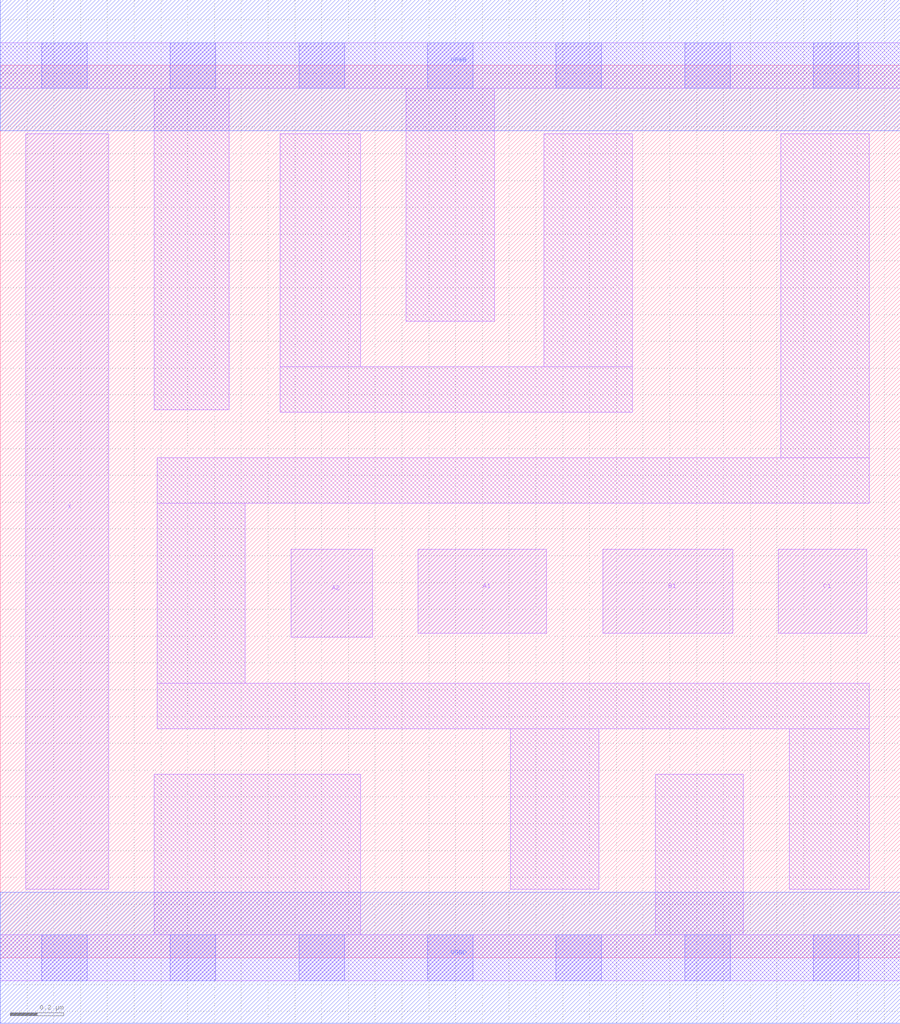
<source format=lef>
# Copyright 2020 The SkyWater PDK Authors
#
# Licensed under the Apache License, Version 2.0 (the "License");
# you may not use this file except in compliance with the License.
# You may obtain a copy of the License at
#
#     https://www.apache.org/licenses/LICENSE-2.0
#
# Unless required by applicable law or agreed to in writing, software
# distributed under the License is distributed on an "AS IS" BASIS,
# WITHOUT WARRANTIES OR CONDITIONS OF ANY KIND, either express or implied.
# See the License for the specific language governing permissions and
# limitations under the License.
#
# SPDX-License-Identifier: Apache-2.0

VERSION 5.7 ;
  NAMESCASESENSITIVE ON ;
  NOWIREEXTENSIONATPIN ON ;
  DIVIDERCHAR "/" ;
  BUSBITCHARS "[]" ;
UNITS
  DATABASE MICRONS 200 ;
END UNITS
MACRO sky130_fd_sc_lp__a211o_1
  CLASS CORE ;
  FOREIGN sky130_fd_sc_lp__a211o_1 ;
  ORIGIN  0.000000  0.000000 ;
  SIZE  3.360000 BY  3.330000 ;
  SYMMETRY X Y R90 ;
  SITE unit ;
  PIN A1
    ANTENNAGATEAREA  0.315000 ;
    DIRECTION INPUT ;
    USE SIGNAL ;
    PORT
      LAYER li1 ;
        RECT 1.560000 1.210000 2.040000 1.525000 ;
    END
  END A1
  PIN A2
    ANTENNAGATEAREA  0.315000 ;
    DIRECTION INPUT ;
    USE SIGNAL ;
    PORT
      LAYER li1 ;
        RECT 1.085000 1.195000 1.390000 1.525000 ;
    END
  END A2
  PIN B1
    ANTENNAGATEAREA  0.315000 ;
    DIRECTION INPUT ;
    USE SIGNAL ;
    PORT
      LAYER li1 ;
        RECT 2.250000 1.210000 2.735000 1.525000 ;
    END
  END B1
  PIN C1
    ANTENNAGATEAREA  0.315000 ;
    DIRECTION INPUT ;
    USE SIGNAL ;
    PORT
      LAYER li1 ;
        RECT 2.905000 1.210000 3.235000 1.525000 ;
    END
  END C1
  PIN X
    ANTENNADIFFAREA  0.556500 ;
    DIRECTION OUTPUT ;
    USE SIGNAL ;
    PORT
      LAYER li1 ;
        RECT 0.095000 0.255000 0.405000 3.075000 ;
    END
  END X
  PIN VGND
    DIRECTION INOUT ;
    USE GROUND ;
    PORT
      LAYER met1 ;
        RECT 0.000000 -0.245000 3.360000 0.245000 ;
    END
  END VGND
  PIN VPWR
    DIRECTION INOUT ;
    USE POWER ;
    PORT
      LAYER met1 ;
        RECT 0.000000 3.085000 3.360000 3.575000 ;
    END
  END VPWR
  OBS
    LAYER li1 ;
      RECT 0.000000 -0.085000 3.360000 0.085000 ;
      RECT 0.000000  3.245000 3.360000 3.415000 ;
      RECT 0.575000  0.085000 1.345000 0.685000 ;
      RECT 0.575000  2.045000 0.855000 3.245000 ;
      RECT 0.585000  0.855000 3.245000 1.025000 ;
      RECT 0.585000  1.025000 0.915000 1.695000 ;
      RECT 0.585000  1.695000 3.245000 1.865000 ;
      RECT 1.045000  2.035000 2.360000 2.205000 ;
      RECT 1.045000  2.205000 1.345000 3.075000 ;
      RECT 1.515000  2.375000 1.845000 3.245000 ;
      RECT 1.905000  0.255000 2.235000 0.855000 ;
      RECT 2.030000  2.205000 2.360000 3.075000 ;
      RECT 2.445000  0.085000 2.775000 0.685000 ;
      RECT 2.915000  1.865000 3.245000 3.075000 ;
      RECT 2.945000  0.255000 3.245000 0.855000 ;
    LAYER mcon ;
      RECT 0.155000 -0.085000 0.325000 0.085000 ;
      RECT 0.155000  3.245000 0.325000 3.415000 ;
      RECT 0.635000 -0.085000 0.805000 0.085000 ;
      RECT 0.635000  3.245000 0.805000 3.415000 ;
      RECT 1.115000 -0.085000 1.285000 0.085000 ;
      RECT 1.115000  3.245000 1.285000 3.415000 ;
      RECT 1.595000 -0.085000 1.765000 0.085000 ;
      RECT 1.595000  3.245000 1.765000 3.415000 ;
      RECT 2.075000 -0.085000 2.245000 0.085000 ;
      RECT 2.075000  3.245000 2.245000 3.415000 ;
      RECT 2.555000 -0.085000 2.725000 0.085000 ;
      RECT 2.555000  3.245000 2.725000 3.415000 ;
      RECT 3.035000 -0.085000 3.205000 0.085000 ;
      RECT 3.035000  3.245000 3.205000 3.415000 ;
  END
END sky130_fd_sc_lp__a211o_1
END LIBRARY

</source>
